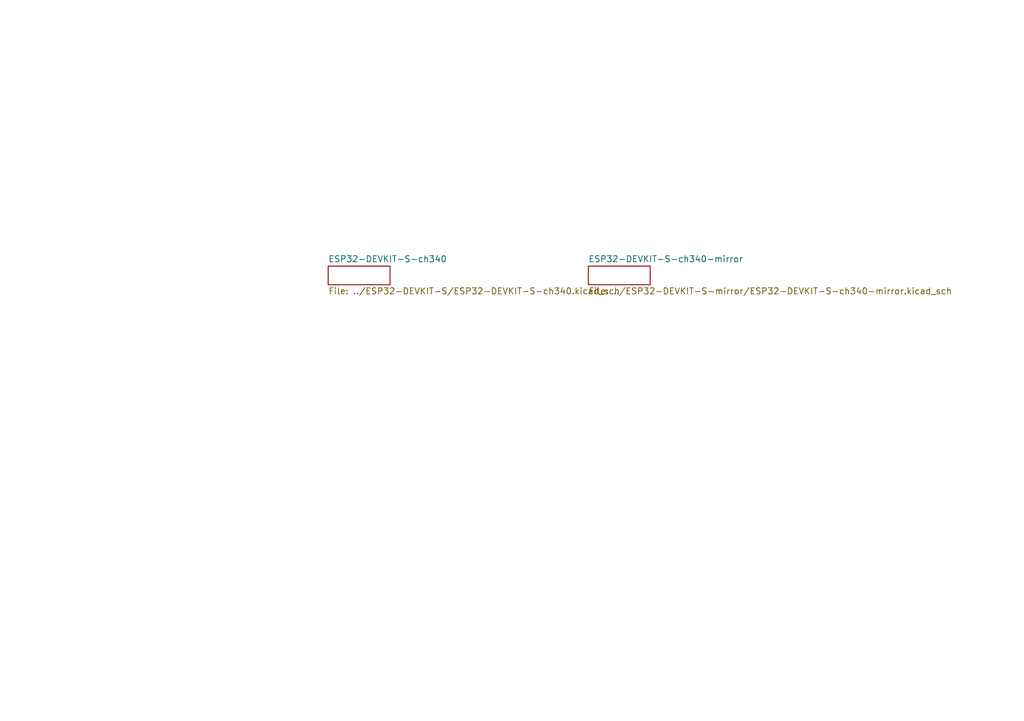
<source format=kicad_sch>
(kicad_sch (version 20230121) (generator eeschema)
  (paper "A5")
  (lib_symbols)
  (sheet (at 120.65 54.61) (size 12.7 3.81) (stroke (width 0.1524))
    (property "Sheetname" "ESP32-DEVKIT-S-ch340-mirror" (at 120.65 53.8984 0) (effects (justify left bottom)))
    (property "Sheetfile" "../ESP32-DEVKIT-S-mirror/ESP32-DEVKIT-S-ch340-mirror.kicad_sch" (at 120.65 59.0046 0) (effects (justify left top)))
  )
  (sheet (at 67.31 54.61) (size 12.7 3.81) (stroke (width 0.1524))
    (property "Sheetname" "ESP32-DEVKIT-S-ch340" (at 67.31 53.8984 0) (effects (justify left bottom)))
    (property "Sheetfile" "../ESP32-DEVKIT-S/ESP32-DEVKIT-S-ch340.kicad_sch" (at 67.31 59.0046 0) (effects (justify left top)))
  )
)
</source>
